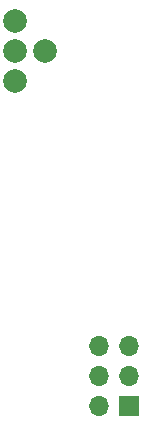
<source format=gbr>
%TF.GenerationSoftware,KiCad,Pcbnew,7.0.8*%
%TF.CreationDate,2024-03-24T19:28:18+01:00*%
%TF.ProjectId,Heptachron,48657074-6163-4687-926f-6e2e6b696361,rev?*%
%TF.SameCoordinates,Original*%
%TF.FileFunction,Soldermask,Bot*%
%TF.FilePolarity,Negative*%
%FSLAX46Y46*%
G04 Gerber Fmt 4.6, Leading zero omitted, Abs format (unit mm)*
G04 Created by KiCad (PCBNEW 7.0.8) date 2024-03-24 19:28:18*
%MOMM*%
%LPD*%
G01*
G04 APERTURE LIST*
%ADD10C,2.000000*%
%ADD11O,1.700000X1.700000*%
%ADD12R,1.700000X1.700000*%
G04 APERTURE END LIST*
D10*
%TO.C,SW4*%
X121700000Y-87760000D03*
X124240000Y-90300000D03*
X121700000Y-90300000D03*
X121700000Y-92840000D03*
%TD*%
D11*
%TO.C,J1*%
X128760000Y-115220000D03*
X131300000Y-115220000D03*
X128760000Y-117760000D03*
X131300000Y-117760000D03*
X128760000Y-120300000D03*
D12*
X131300000Y-120300000D03*
%TD*%
M02*

</source>
